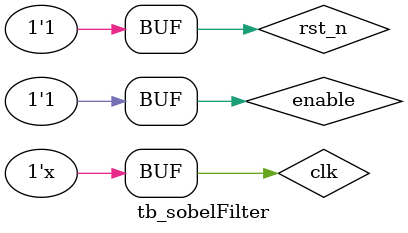
<source format=v>
module tb_sobelFilter;
    reg clk, rst_n, enable;

    initial begin
        clk = 1;
        rst_n = 0;
        enable = 0;

        #10 rst_n = 1; 
        #10 enable = 1;
    end              
    
    /*
    input clk, rst_n,
    output [15:0] convResult,
    output endSign
    */
    Top uut(.clk(clk), .rst_n(rst_n), .enable(enable));

    always #10 clk = ~clk;
    
    

endmodule
</source>
